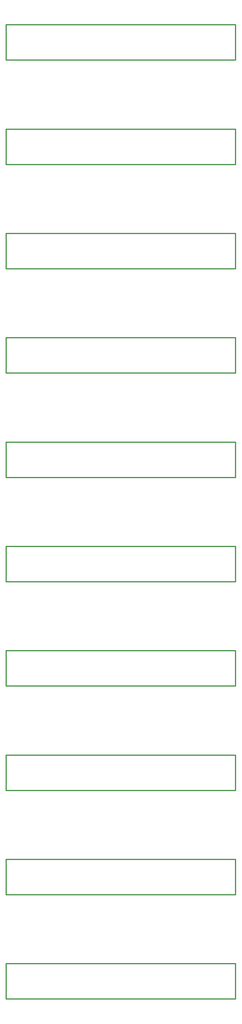
<source format=gbr>
%FSLAX23Y23*%
%MOIN*%
G04 EasyPC Gerber Version 18.0.6 Build 3620 *
%ADD10C,0.01200*%
X0Y0D02*
D02*
D10*
X8786Y1387D02*
Y987D01*
X6186*
Y1387*
X8786*
Y2568D02*
Y2168D01*
X6186*
Y2568*
X8786*
Y3749D02*
Y3349D01*
X6186*
Y3749*
X8786*
Y4930D02*
Y4530D01*
X6186*
Y4930*
X8786*
Y6112D02*
Y5712D01*
X6186*
Y6112*
X8786*
Y7293D02*
Y6893D01*
X6186*
Y7293*
X8786*
Y8474D02*
Y8074D01*
X6186*
Y8474*
X8786*
Y9655D02*
Y9255D01*
X6186*
Y9655*
X8786*
Y10836D02*
Y10436D01*
X6186*
Y10836*
X8786*
Y12017D02*
Y11617D01*
X6186*
Y12017*
X8786*
X0Y0D02*
M02*

</source>
